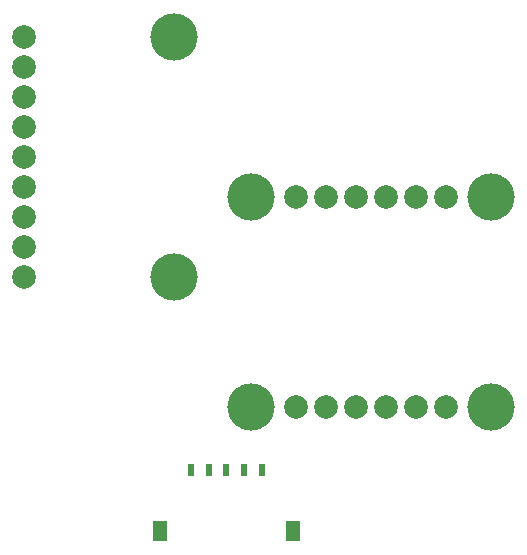
<source format=gbr>
%TF.GenerationSoftware,KiCad,Pcbnew,(5.1.10)-1*%
%TF.CreationDate,2022-05-08T17:14:08-07:00*%
%TF.ProjectId,solar-panel-side-Z,736f6c61-722d-4706-916e-656c2d736964,1.0*%
%TF.SameCoordinates,Original*%
%TF.FileFunction,Paste,Bot*%
%TF.FilePolarity,Positive*%
%FSLAX46Y46*%
G04 Gerber Fmt 4.6, Leading zero omitted, Abs format (unit mm)*
G04 Created by KiCad (PCBNEW (5.1.10)-1) date 2022-05-08 17:14:08*
%MOMM*%
%LPD*%
G01*
G04 APERTURE LIST*
%ADD10C,2.000000*%
%ADD11C,4.000000*%
%ADD12R,1.250000X1.800000*%
%ADD13R,0.600000X1.000000*%
G04 APERTURE END LIST*
D10*
%TO.C,U4*%
X147190000Y-76610000D03*
X144650000Y-76610000D03*
D11*
X140840000Y-76610000D03*
D10*
X157350000Y-76610000D03*
D11*
X161160000Y-76610000D03*
D10*
X154810000Y-76610000D03*
X152270000Y-76610000D03*
X149730000Y-76610000D03*
D11*
X161160000Y-94390000D03*
D10*
X154810000Y-94390000D03*
X152270000Y-94390000D03*
X157350000Y-94390000D03*
X144650000Y-94390000D03*
X147190000Y-94390000D03*
X149730000Y-94390000D03*
D11*
X140840000Y-94390000D03*
%TD*%
D12*
%TO.C,J1*%
X133145001Y-104940000D03*
X144354999Y-104940000D03*
D13*
X135749999Y-99750000D03*
X137249999Y-99750000D03*
X138750001Y-99750000D03*
X140250000Y-99750000D03*
X141750000Y-99750000D03*
%TD*%
D10*
%TO.C,U5*%
X121650000Y-75790000D03*
X121650000Y-73250000D03*
X121650000Y-70710000D03*
X121650000Y-83410000D03*
X121650000Y-78330000D03*
X121650000Y-80870000D03*
D11*
X134350000Y-63090000D03*
X134350000Y-83410000D03*
D10*
X121650000Y-65630000D03*
X121650000Y-68170000D03*
X121650000Y-63090000D03*
%TD*%
M02*

</source>
